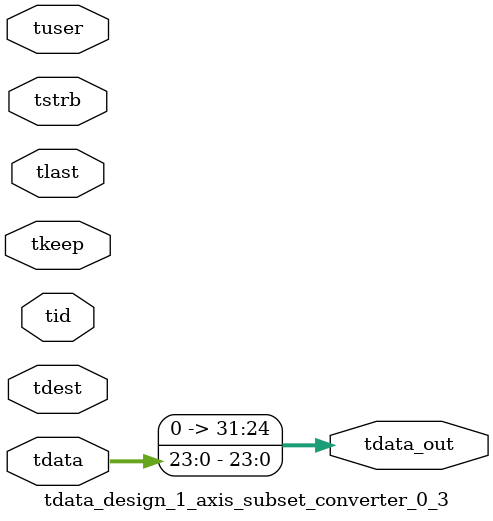
<source format=v>


`timescale 1ps/1ps

module tdata_design_1_axis_subset_converter_0_3 #
(
parameter C_S_AXIS_TDATA_WIDTH = 32,
parameter C_S_AXIS_TUSER_WIDTH = 0,
parameter C_S_AXIS_TID_WIDTH   = 0,
parameter C_S_AXIS_TDEST_WIDTH = 0,
parameter C_M_AXIS_TDATA_WIDTH = 32
)
(
input  [(C_S_AXIS_TDATA_WIDTH == 0 ? 1 : C_S_AXIS_TDATA_WIDTH)-1:0     ] tdata,
input  [(C_S_AXIS_TUSER_WIDTH == 0 ? 1 : C_S_AXIS_TUSER_WIDTH)-1:0     ] tuser,
input  [(C_S_AXIS_TID_WIDTH   == 0 ? 1 : C_S_AXIS_TID_WIDTH)-1:0       ] tid,
input  [(C_S_AXIS_TDEST_WIDTH == 0 ? 1 : C_S_AXIS_TDEST_WIDTH)-1:0     ] tdest,
input  [(C_S_AXIS_TDATA_WIDTH/8)-1:0 ] tkeep,
input  [(C_S_AXIS_TDATA_WIDTH/8)-1:0 ] tstrb,
input                                                                    tlast,
output [C_M_AXIS_TDATA_WIDTH-1:0] tdata_out
);

assign tdata_out = {tdata[23:0]};

endmodule


</source>
